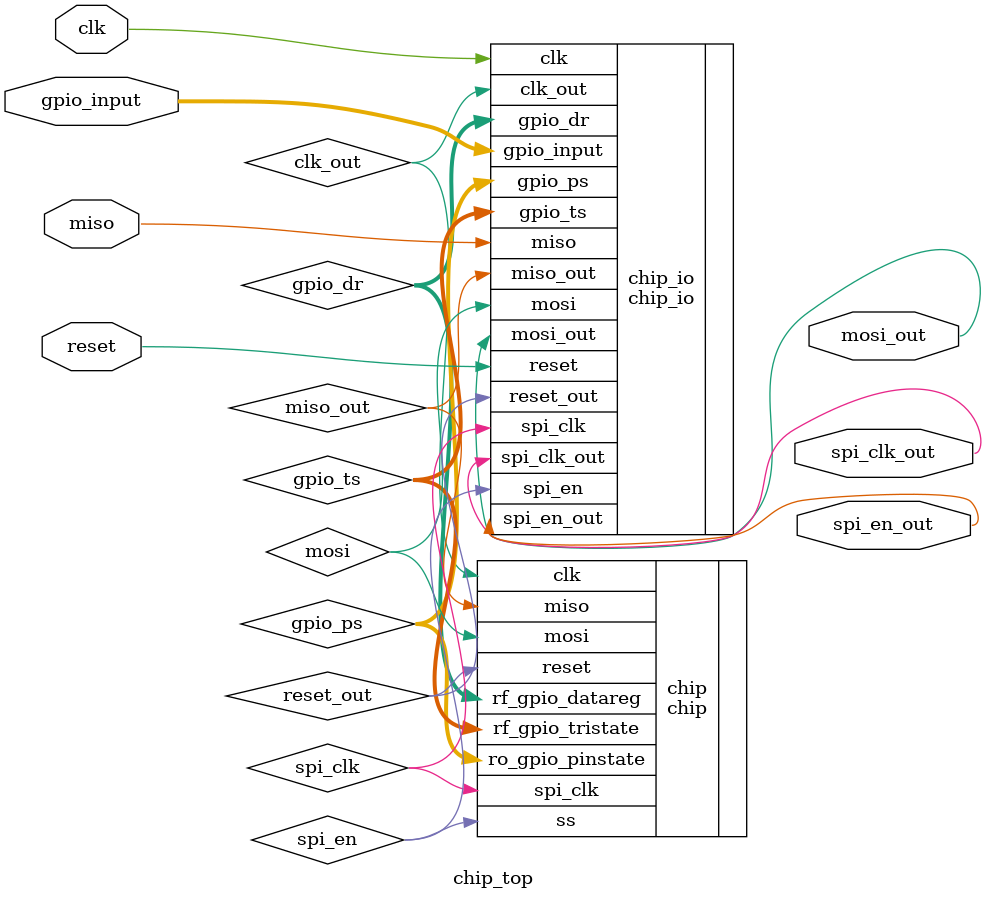
<source format=v>
`timescale 1ns / 1ps

module chip_top(
        input clk,
        input reset,
        output spi_clk_out, 
        output spi_en_out, 
        input miso,
        output mosi_out,
        inout [15:0] gpio_input
);

wire clk_out;
//wire spi_clk_out;
wire spi_clk;
wire spi_en;
wire miso_out;
//wire mosi_out;
wire mosi;
wire [15:0] gpio_ps;
wire [15:0] gpio_ts;
wire [15:0] gpio_dr;

chip_io chip_io(
            .clk(clk),
            .clk_out(clk_out),
            .reset(reset),
            .reset_out(reset_out),
            .spi_clk(spi_clk),
            .spi_clk_out(spi_clk_out),
            .spi_en(spi_en),
            .spi_en_out(spi_en_out),
            .miso(miso),
            .miso_out(miso_out),
            .mosi(mosi),
            .mosi_out(mosi_out),
            .gpio_ps(gpio_ps),
            .gpio_ts(gpio_ts),
            .gpio_dr(gpio_dr),
            .gpio_input(gpio_input)
);

chip chip(
            .clk(clk_out),
            .reset(reset_out),
            .miso(miso_out),
            .ss(spi_en),
            .mosi(mosi),
            .spi_clk(spi_clk),
            .ro_gpio_pinstate(gpio_ps),
            .rf_gpio_datareg(gpio_dr),
            .rf_gpio_tristate(gpio_ts)
);

endmodule

</source>
